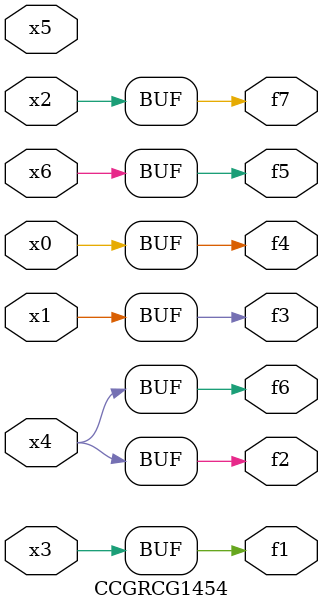
<source format=v>
module CCGRCG1454(
	input x0, x1, x2, x3, x4, x5, x6,
	output f1, f2, f3, f4, f5, f6, f7
);
	assign f1 = x3;
	assign f2 = x4;
	assign f3 = x1;
	assign f4 = x0;
	assign f5 = x6;
	assign f6 = x4;
	assign f7 = x2;
endmodule

</source>
